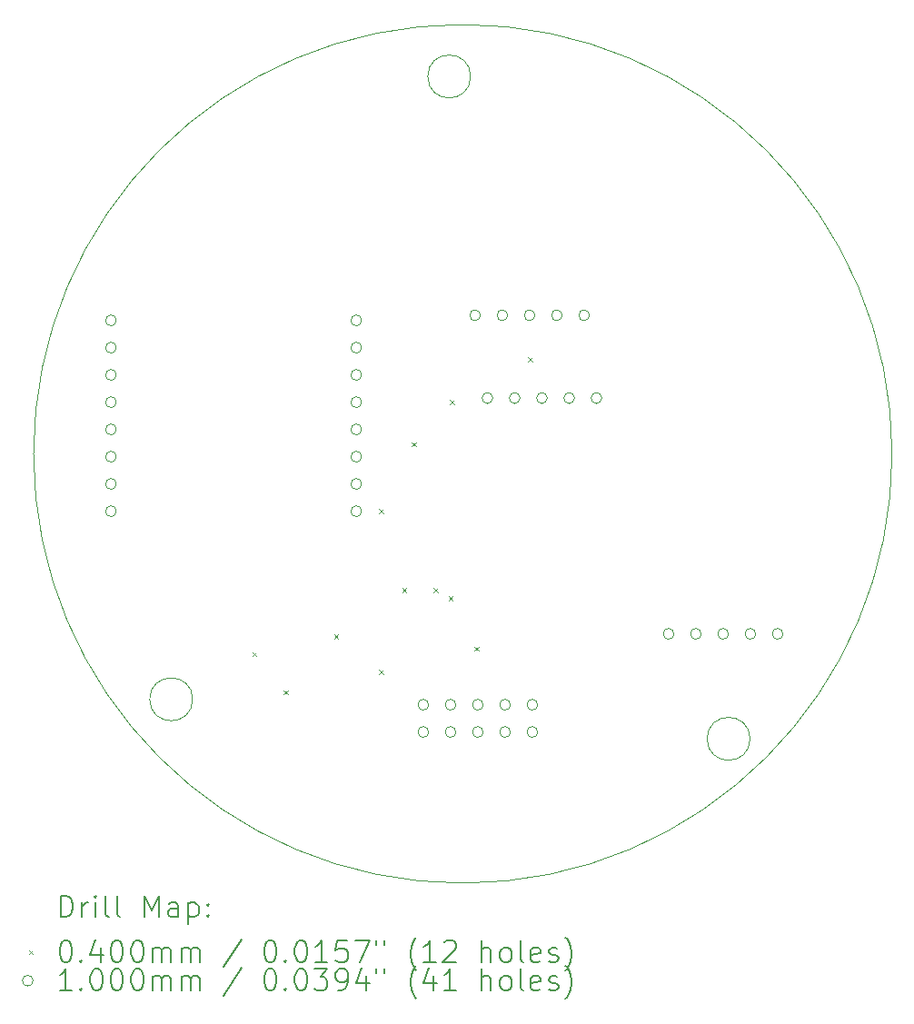
<source format=gbr>
%FSLAX45Y45*%
G04 Gerber Fmt 4.5, Leading zero omitted, Abs format (unit mm)*
G04 Created by KiCad (PCBNEW (6.0.0)) date 2022-04-16 20:40:48*
%MOMM*%
%LPD*%
G01*
G04 APERTURE LIST*
%TA.AperFunction,Profile*%
%ADD10C,0.100000*%
%TD*%
%ADD11C,0.200000*%
%ADD12C,0.040000*%
%ADD13C,0.100000*%
G04 APERTURE END LIST*
D10*
X13230200Y-12687300D02*
G75*
G03*
X13230200Y-12687300I-200000J0D01*
G01*
X8035900Y-12319000D02*
G75*
G03*
X8035900Y-12319000I-200000J0D01*
G01*
X10626700Y-6515100D02*
G75*
G03*
X10626700Y-6515100I-200000J0D01*
G01*
X14553700Y-10031741D02*
G75*
G03*
X14553700Y-10031741I-4000000J0D01*
G01*
D11*
D12*
X8590600Y-11879900D02*
X8630600Y-11919900D01*
X8630600Y-11879900D02*
X8590600Y-11919900D01*
X8882700Y-12235500D02*
X8922700Y-12275500D01*
X8922700Y-12235500D02*
X8882700Y-12275500D01*
X9352600Y-11714800D02*
X9392600Y-11754800D01*
X9392600Y-11714800D02*
X9352600Y-11754800D01*
X9771700Y-10546400D02*
X9811700Y-10586400D01*
X9811700Y-10546400D02*
X9771700Y-10586400D01*
X9771700Y-12045000D02*
X9811700Y-12085000D01*
X9811700Y-12045000D02*
X9771700Y-12085000D01*
X9987600Y-11283000D02*
X10027600Y-11323000D01*
X10027600Y-11283000D02*
X9987600Y-11323000D01*
X10076500Y-9924100D02*
X10116500Y-9964100D01*
X10116500Y-9924100D02*
X10076500Y-9964100D01*
X10279700Y-11283000D02*
X10319700Y-11323000D01*
X10319700Y-11283000D02*
X10279700Y-11323000D01*
X10419400Y-11358300D02*
X10459400Y-11398300D01*
X10459400Y-11358300D02*
X10419400Y-11398300D01*
X10432100Y-9530400D02*
X10472100Y-9570400D01*
X10472100Y-9530400D02*
X10432100Y-9570400D01*
X10660700Y-11829100D02*
X10700700Y-11869100D01*
X10700700Y-11829100D02*
X10660700Y-11869100D01*
X11162600Y-9130100D02*
X11202600Y-9170100D01*
X11202600Y-9130100D02*
X11162600Y-9170100D01*
D13*
X7324800Y-8788400D02*
G75*
G03*
X7324800Y-8788400I-50000J0D01*
G01*
X7324800Y-9042400D02*
G75*
G03*
X7324800Y-9042400I-50000J0D01*
G01*
X7324800Y-9296400D02*
G75*
G03*
X7324800Y-9296400I-50000J0D01*
G01*
X7324800Y-9550400D02*
G75*
G03*
X7324800Y-9550400I-50000J0D01*
G01*
X7324800Y-9804400D02*
G75*
G03*
X7324800Y-9804400I-50000J0D01*
G01*
X7324800Y-10058400D02*
G75*
G03*
X7324800Y-10058400I-50000J0D01*
G01*
X7324800Y-10312400D02*
G75*
G03*
X7324800Y-10312400I-50000J0D01*
G01*
X7324800Y-10566400D02*
G75*
G03*
X7324800Y-10566400I-50000J0D01*
G01*
X9610800Y-8788400D02*
G75*
G03*
X9610800Y-8788400I-50000J0D01*
G01*
X9610800Y-9042400D02*
G75*
G03*
X9610800Y-9042400I-50000J0D01*
G01*
X9610800Y-9296400D02*
G75*
G03*
X9610800Y-9296400I-50000J0D01*
G01*
X9610800Y-9550400D02*
G75*
G03*
X9610800Y-9550400I-50000J0D01*
G01*
X9610800Y-9804400D02*
G75*
G03*
X9610800Y-9804400I-50000J0D01*
G01*
X9610800Y-10058400D02*
G75*
G03*
X9610800Y-10058400I-50000J0D01*
G01*
X9610800Y-10312400D02*
G75*
G03*
X9610800Y-10312400I-50000J0D01*
G01*
X9610800Y-10566400D02*
G75*
G03*
X9610800Y-10566400I-50000J0D01*
G01*
X10235400Y-12369800D02*
G75*
G03*
X10235400Y-12369800I-50000J0D01*
G01*
X10235400Y-12623800D02*
G75*
G03*
X10235400Y-12623800I-50000J0D01*
G01*
X10489400Y-12369800D02*
G75*
G03*
X10489400Y-12369800I-50000J0D01*
G01*
X10489400Y-12623800D02*
G75*
G03*
X10489400Y-12623800I-50000J0D01*
G01*
X10718000Y-8740800D02*
G75*
G03*
X10718000Y-8740800I-50000J0D01*
G01*
X10743400Y-12369800D02*
G75*
G03*
X10743400Y-12369800I-50000J0D01*
G01*
X10743400Y-12623800D02*
G75*
G03*
X10743400Y-12623800I-50000J0D01*
G01*
X10832800Y-9512300D02*
G75*
G03*
X10832800Y-9512300I-50000J0D01*
G01*
X10972000Y-8740800D02*
G75*
G03*
X10972000Y-8740800I-50000J0D01*
G01*
X10997400Y-12369800D02*
G75*
G03*
X10997400Y-12369800I-50000J0D01*
G01*
X10997400Y-12623800D02*
G75*
G03*
X10997400Y-12623800I-50000J0D01*
G01*
X11086800Y-9512300D02*
G75*
G03*
X11086800Y-9512300I-50000J0D01*
G01*
X11226000Y-8740800D02*
G75*
G03*
X11226000Y-8740800I-50000J0D01*
G01*
X11251400Y-12369800D02*
G75*
G03*
X11251400Y-12369800I-50000J0D01*
G01*
X11251400Y-12623800D02*
G75*
G03*
X11251400Y-12623800I-50000J0D01*
G01*
X11340800Y-9512300D02*
G75*
G03*
X11340800Y-9512300I-50000J0D01*
G01*
X11480000Y-8740800D02*
G75*
G03*
X11480000Y-8740800I-50000J0D01*
G01*
X11594800Y-9512300D02*
G75*
G03*
X11594800Y-9512300I-50000J0D01*
G01*
X11734000Y-8740800D02*
G75*
G03*
X11734000Y-8740800I-50000J0D01*
G01*
X11848800Y-9512300D02*
G75*
G03*
X11848800Y-9512300I-50000J0D01*
G01*
X12521400Y-11709400D02*
G75*
G03*
X12521400Y-11709400I-50000J0D01*
G01*
X12775400Y-11709400D02*
G75*
G03*
X12775400Y-11709400I-50000J0D01*
G01*
X13029400Y-11709400D02*
G75*
G03*
X13029400Y-11709400I-50000J0D01*
G01*
X13283400Y-11709400D02*
G75*
G03*
X13283400Y-11709400I-50000J0D01*
G01*
X13537400Y-11709400D02*
G75*
G03*
X13537400Y-11709400I-50000J0D01*
G01*
D11*
X6806319Y-14347217D02*
X6806319Y-14147217D01*
X6853938Y-14147217D01*
X6882509Y-14156741D01*
X6901557Y-14175788D01*
X6911081Y-14194836D01*
X6920605Y-14232931D01*
X6920605Y-14261503D01*
X6911081Y-14299598D01*
X6901557Y-14318645D01*
X6882509Y-14337693D01*
X6853938Y-14347217D01*
X6806319Y-14347217D01*
X7006319Y-14347217D02*
X7006319Y-14213883D01*
X7006319Y-14251979D02*
X7015843Y-14232931D01*
X7025367Y-14223407D01*
X7044414Y-14213883D01*
X7063462Y-14213883D01*
X7130128Y-14347217D02*
X7130128Y-14213883D01*
X7130128Y-14147217D02*
X7120605Y-14156741D01*
X7130128Y-14166264D01*
X7139652Y-14156741D01*
X7130128Y-14147217D01*
X7130128Y-14166264D01*
X7253938Y-14347217D02*
X7234890Y-14337693D01*
X7225367Y-14318645D01*
X7225367Y-14147217D01*
X7358700Y-14347217D02*
X7339652Y-14337693D01*
X7330128Y-14318645D01*
X7330128Y-14147217D01*
X7587271Y-14347217D02*
X7587271Y-14147217D01*
X7653938Y-14290074D01*
X7720605Y-14147217D01*
X7720605Y-14347217D01*
X7901557Y-14347217D02*
X7901557Y-14242455D01*
X7892033Y-14223407D01*
X7872986Y-14213883D01*
X7834890Y-14213883D01*
X7815843Y-14223407D01*
X7901557Y-14337693D02*
X7882509Y-14347217D01*
X7834890Y-14347217D01*
X7815843Y-14337693D01*
X7806319Y-14318645D01*
X7806319Y-14299598D01*
X7815843Y-14280550D01*
X7834890Y-14271026D01*
X7882509Y-14271026D01*
X7901557Y-14261503D01*
X7996795Y-14213883D02*
X7996795Y-14413883D01*
X7996795Y-14223407D02*
X8015843Y-14213883D01*
X8053938Y-14213883D01*
X8072986Y-14223407D01*
X8082509Y-14232931D01*
X8092033Y-14251979D01*
X8092033Y-14309122D01*
X8082509Y-14328169D01*
X8072986Y-14337693D01*
X8053938Y-14347217D01*
X8015843Y-14347217D01*
X7996795Y-14337693D01*
X8177748Y-14328169D02*
X8187271Y-14337693D01*
X8177748Y-14347217D01*
X8168224Y-14337693D01*
X8177748Y-14328169D01*
X8177748Y-14347217D01*
X8177748Y-14223407D02*
X8187271Y-14232931D01*
X8177748Y-14242455D01*
X8168224Y-14232931D01*
X8177748Y-14223407D01*
X8177748Y-14242455D01*
D12*
X6508700Y-14656741D02*
X6548700Y-14696741D01*
X6548700Y-14656741D02*
X6508700Y-14696741D01*
D11*
X6844414Y-14567217D02*
X6863462Y-14567217D01*
X6882509Y-14576741D01*
X6892033Y-14586264D01*
X6901557Y-14605312D01*
X6911081Y-14643407D01*
X6911081Y-14691026D01*
X6901557Y-14729122D01*
X6892033Y-14748169D01*
X6882509Y-14757693D01*
X6863462Y-14767217D01*
X6844414Y-14767217D01*
X6825367Y-14757693D01*
X6815843Y-14748169D01*
X6806319Y-14729122D01*
X6796795Y-14691026D01*
X6796795Y-14643407D01*
X6806319Y-14605312D01*
X6815843Y-14586264D01*
X6825367Y-14576741D01*
X6844414Y-14567217D01*
X6996795Y-14748169D02*
X7006319Y-14757693D01*
X6996795Y-14767217D01*
X6987271Y-14757693D01*
X6996795Y-14748169D01*
X6996795Y-14767217D01*
X7177748Y-14633883D02*
X7177748Y-14767217D01*
X7130128Y-14557693D02*
X7082509Y-14700550D01*
X7206319Y-14700550D01*
X7320605Y-14567217D02*
X7339652Y-14567217D01*
X7358700Y-14576741D01*
X7368224Y-14586264D01*
X7377748Y-14605312D01*
X7387271Y-14643407D01*
X7387271Y-14691026D01*
X7377748Y-14729122D01*
X7368224Y-14748169D01*
X7358700Y-14757693D01*
X7339652Y-14767217D01*
X7320605Y-14767217D01*
X7301557Y-14757693D01*
X7292033Y-14748169D01*
X7282509Y-14729122D01*
X7272986Y-14691026D01*
X7272986Y-14643407D01*
X7282509Y-14605312D01*
X7292033Y-14586264D01*
X7301557Y-14576741D01*
X7320605Y-14567217D01*
X7511081Y-14567217D02*
X7530128Y-14567217D01*
X7549176Y-14576741D01*
X7558700Y-14586264D01*
X7568224Y-14605312D01*
X7577748Y-14643407D01*
X7577748Y-14691026D01*
X7568224Y-14729122D01*
X7558700Y-14748169D01*
X7549176Y-14757693D01*
X7530128Y-14767217D01*
X7511081Y-14767217D01*
X7492033Y-14757693D01*
X7482509Y-14748169D01*
X7472986Y-14729122D01*
X7463462Y-14691026D01*
X7463462Y-14643407D01*
X7472986Y-14605312D01*
X7482509Y-14586264D01*
X7492033Y-14576741D01*
X7511081Y-14567217D01*
X7663462Y-14767217D02*
X7663462Y-14633883D01*
X7663462Y-14652931D02*
X7672986Y-14643407D01*
X7692033Y-14633883D01*
X7720605Y-14633883D01*
X7739652Y-14643407D01*
X7749176Y-14662455D01*
X7749176Y-14767217D01*
X7749176Y-14662455D02*
X7758700Y-14643407D01*
X7777748Y-14633883D01*
X7806319Y-14633883D01*
X7825367Y-14643407D01*
X7834890Y-14662455D01*
X7834890Y-14767217D01*
X7930128Y-14767217D02*
X7930128Y-14633883D01*
X7930128Y-14652931D02*
X7939652Y-14643407D01*
X7958700Y-14633883D01*
X7987271Y-14633883D01*
X8006319Y-14643407D01*
X8015843Y-14662455D01*
X8015843Y-14767217D01*
X8015843Y-14662455D02*
X8025367Y-14643407D01*
X8044414Y-14633883D01*
X8072986Y-14633883D01*
X8092033Y-14643407D01*
X8101557Y-14662455D01*
X8101557Y-14767217D01*
X8492033Y-14557693D02*
X8320605Y-14814836D01*
X8749176Y-14567217D02*
X8768224Y-14567217D01*
X8787271Y-14576741D01*
X8796795Y-14586264D01*
X8806319Y-14605312D01*
X8815843Y-14643407D01*
X8815843Y-14691026D01*
X8806319Y-14729122D01*
X8796795Y-14748169D01*
X8787271Y-14757693D01*
X8768224Y-14767217D01*
X8749176Y-14767217D01*
X8730129Y-14757693D01*
X8720605Y-14748169D01*
X8711081Y-14729122D01*
X8701557Y-14691026D01*
X8701557Y-14643407D01*
X8711081Y-14605312D01*
X8720605Y-14586264D01*
X8730129Y-14576741D01*
X8749176Y-14567217D01*
X8901557Y-14748169D02*
X8911081Y-14757693D01*
X8901557Y-14767217D01*
X8892033Y-14757693D01*
X8901557Y-14748169D01*
X8901557Y-14767217D01*
X9034890Y-14567217D02*
X9053938Y-14567217D01*
X9072986Y-14576741D01*
X9082510Y-14586264D01*
X9092033Y-14605312D01*
X9101557Y-14643407D01*
X9101557Y-14691026D01*
X9092033Y-14729122D01*
X9082510Y-14748169D01*
X9072986Y-14757693D01*
X9053938Y-14767217D01*
X9034890Y-14767217D01*
X9015843Y-14757693D01*
X9006319Y-14748169D01*
X8996795Y-14729122D01*
X8987271Y-14691026D01*
X8987271Y-14643407D01*
X8996795Y-14605312D01*
X9006319Y-14586264D01*
X9015843Y-14576741D01*
X9034890Y-14567217D01*
X9292033Y-14767217D02*
X9177748Y-14767217D01*
X9234890Y-14767217D02*
X9234890Y-14567217D01*
X9215843Y-14595788D01*
X9196795Y-14614836D01*
X9177748Y-14624360D01*
X9472986Y-14567217D02*
X9377748Y-14567217D01*
X9368224Y-14662455D01*
X9377748Y-14652931D01*
X9396795Y-14643407D01*
X9444414Y-14643407D01*
X9463462Y-14652931D01*
X9472986Y-14662455D01*
X9482510Y-14681503D01*
X9482510Y-14729122D01*
X9472986Y-14748169D01*
X9463462Y-14757693D01*
X9444414Y-14767217D01*
X9396795Y-14767217D01*
X9377748Y-14757693D01*
X9368224Y-14748169D01*
X9549176Y-14567217D02*
X9682510Y-14567217D01*
X9596795Y-14767217D01*
X9749176Y-14567217D02*
X9749176Y-14605312D01*
X9825367Y-14567217D02*
X9825367Y-14605312D01*
X10120605Y-14843407D02*
X10111081Y-14833883D01*
X10092033Y-14805312D01*
X10082510Y-14786264D01*
X10072986Y-14757693D01*
X10063462Y-14710074D01*
X10063462Y-14671979D01*
X10072986Y-14624360D01*
X10082510Y-14595788D01*
X10092033Y-14576741D01*
X10111081Y-14548169D01*
X10120605Y-14538645D01*
X10301557Y-14767217D02*
X10187271Y-14767217D01*
X10244414Y-14767217D02*
X10244414Y-14567217D01*
X10225367Y-14595788D01*
X10206319Y-14614836D01*
X10187271Y-14624360D01*
X10377748Y-14586264D02*
X10387271Y-14576741D01*
X10406319Y-14567217D01*
X10453938Y-14567217D01*
X10472986Y-14576741D01*
X10482510Y-14586264D01*
X10492033Y-14605312D01*
X10492033Y-14624360D01*
X10482510Y-14652931D01*
X10368224Y-14767217D01*
X10492033Y-14767217D01*
X10730129Y-14767217D02*
X10730129Y-14567217D01*
X10815843Y-14767217D02*
X10815843Y-14662455D01*
X10806319Y-14643407D01*
X10787271Y-14633883D01*
X10758700Y-14633883D01*
X10739652Y-14643407D01*
X10730129Y-14652931D01*
X10939652Y-14767217D02*
X10920605Y-14757693D01*
X10911081Y-14748169D01*
X10901557Y-14729122D01*
X10901557Y-14671979D01*
X10911081Y-14652931D01*
X10920605Y-14643407D01*
X10939652Y-14633883D01*
X10968224Y-14633883D01*
X10987271Y-14643407D01*
X10996795Y-14652931D01*
X11006319Y-14671979D01*
X11006319Y-14729122D01*
X10996795Y-14748169D01*
X10987271Y-14757693D01*
X10968224Y-14767217D01*
X10939652Y-14767217D01*
X11120605Y-14767217D02*
X11101557Y-14757693D01*
X11092033Y-14738645D01*
X11092033Y-14567217D01*
X11272986Y-14757693D02*
X11253938Y-14767217D01*
X11215843Y-14767217D01*
X11196795Y-14757693D01*
X11187271Y-14738645D01*
X11187271Y-14662455D01*
X11196795Y-14643407D01*
X11215843Y-14633883D01*
X11253938Y-14633883D01*
X11272986Y-14643407D01*
X11282509Y-14662455D01*
X11282509Y-14681503D01*
X11187271Y-14700550D01*
X11358700Y-14757693D02*
X11377748Y-14767217D01*
X11415843Y-14767217D01*
X11434890Y-14757693D01*
X11444414Y-14738645D01*
X11444414Y-14729122D01*
X11434890Y-14710074D01*
X11415843Y-14700550D01*
X11387271Y-14700550D01*
X11368224Y-14691026D01*
X11358700Y-14671979D01*
X11358700Y-14662455D01*
X11368224Y-14643407D01*
X11387271Y-14633883D01*
X11415843Y-14633883D01*
X11434890Y-14643407D01*
X11511081Y-14843407D02*
X11520605Y-14833883D01*
X11539652Y-14805312D01*
X11549176Y-14786264D01*
X11558700Y-14757693D01*
X11568224Y-14710074D01*
X11568224Y-14671979D01*
X11558700Y-14624360D01*
X11549176Y-14595788D01*
X11539652Y-14576741D01*
X11520605Y-14548169D01*
X11511081Y-14538645D01*
D13*
X6548700Y-14940741D02*
G75*
G03*
X6548700Y-14940741I-50000J0D01*
G01*
D11*
X6911081Y-15031217D02*
X6796795Y-15031217D01*
X6853938Y-15031217D02*
X6853938Y-14831217D01*
X6834890Y-14859788D01*
X6815843Y-14878836D01*
X6796795Y-14888360D01*
X6996795Y-15012169D02*
X7006319Y-15021693D01*
X6996795Y-15031217D01*
X6987271Y-15021693D01*
X6996795Y-15012169D01*
X6996795Y-15031217D01*
X7130128Y-14831217D02*
X7149176Y-14831217D01*
X7168224Y-14840741D01*
X7177748Y-14850264D01*
X7187271Y-14869312D01*
X7196795Y-14907407D01*
X7196795Y-14955026D01*
X7187271Y-14993122D01*
X7177748Y-15012169D01*
X7168224Y-15021693D01*
X7149176Y-15031217D01*
X7130128Y-15031217D01*
X7111081Y-15021693D01*
X7101557Y-15012169D01*
X7092033Y-14993122D01*
X7082509Y-14955026D01*
X7082509Y-14907407D01*
X7092033Y-14869312D01*
X7101557Y-14850264D01*
X7111081Y-14840741D01*
X7130128Y-14831217D01*
X7320605Y-14831217D02*
X7339652Y-14831217D01*
X7358700Y-14840741D01*
X7368224Y-14850264D01*
X7377748Y-14869312D01*
X7387271Y-14907407D01*
X7387271Y-14955026D01*
X7377748Y-14993122D01*
X7368224Y-15012169D01*
X7358700Y-15021693D01*
X7339652Y-15031217D01*
X7320605Y-15031217D01*
X7301557Y-15021693D01*
X7292033Y-15012169D01*
X7282509Y-14993122D01*
X7272986Y-14955026D01*
X7272986Y-14907407D01*
X7282509Y-14869312D01*
X7292033Y-14850264D01*
X7301557Y-14840741D01*
X7320605Y-14831217D01*
X7511081Y-14831217D02*
X7530128Y-14831217D01*
X7549176Y-14840741D01*
X7558700Y-14850264D01*
X7568224Y-14869312D01*
X7577748Y-14907407D01*
X7577748Y-14955026D01*
X7568224Y-14993122D01*
X7558700Y-15012169D01*
X7549176Y-15021693D01*
X7530128Y-15031217D01*
X7511081Y-15031217D01*
X7492033Y-15021693D01*
X7482509Y-15012169D01*
X7472986Y-14993122D01*
X7463462Y-14955026D01*
X7463462Y-14907407D01*
X7472986Y-14869312D01*
X7482509Y-14850264D01*
X7492033Y-14840741D01*
X7511081Y-14831217D01*
X7663462Y-15031217D02*
X7663462Y-14897883D01*
X7663462Y-14916931D02*
X7672986Y-14907407D01*
X7692033Y-14897883D01*
X7720605Y-14897883D01*
X7739652Y-14907407D01*
X7749176Y-14926455D01*
X7749176Y-15031217D01*
X7749176Y-14926455D02*
X7758700Y-14907407D01*
X7777748Y-14897883D01*
X7806319Y-14897883D01*
X7825367Y-14907407D01*
X7834890Y-14926455D01*
X7834890Y-15031217D01*
X7930128Y-15031217D02*
X7930128Y-14897883D01*
X7930128Y-14916931D02*
X7939652Y-14907407D01*
X7958700Y-14897883D01*
X7987271Y-14897883D01*
X8006319Y-14907407D01*
X8015843Y-14926455D01*
X8015843Y-15031217D01*
X8015843Y-14926455D02*
X8025367Y-14907407D01*
X8044414Y-14897883D01*
X8072986Y-14897883D01*
X8092033Y-14907407D01*
X8101557Y-14926455D01*
X8101557Y-15031217D01*
X8492033Y-14821693D02*
X8320605Y-15078836D01*
X8749176Y-14831217D02*
X8768224Y-14831217D01*
X8787271Y-14840741D01*
X8796795Y-14850264D01*
X8806319Y-14869312D01*
X8815843Y-14907407D01*
X8815843Y-14955026D01*
X8806319Y-14993122D01*
X8796795Y-15012169D01*
X8787271Y-15021693D01*
X8768224Y-15031217D01*
X8749176Y-15031217D01*
X8730129Y-15021693D01*
X8720605Y-15012169D01*
X8711081Y-14993122D01*
X8701557Y-14955026D01*
X8701557Y-14907407D01*
X8711081Y-14869312D01*
X8720605Y-14850264D01*
X8730129Y-14840741D01*
X8749176Y-14831217D01*
X8901557Y-15012169D02*
X8911081Y-15021693D01*
X8901557Y-15031217D01*
X8892033Y-15021693D01*
X8901557Y-15012169D01*
X8901557Y-15031217D01*
X9034890Y-14831217D02*
X9053938Y-14831217D01*
X9072986Y-14840741D01*
X9082510Y-14850264D01*
X9092033Y-14869312D01*
X9101557Y-14907407D01*
X9101557Y-14955026D01*
X9092033Y-14993122D01*
X9082510Y-15012169D01*
X9072986Y-15021693D01*
X9053938Y-15031217D01*
X9034890Y-15031217D01*
X9015843Y-15021693D01*
X9006319Y-15012169D01*
X8996795Y-14993122D01*
X8987271Y-14955026D01*
X8987271Y-14907407D01*
X8996795Y-14869312D01*
X9006319Y-14850264D01*
X9015843Y-14840741D01*
X9034890Y-14831217D01*
X9168224Y-14831217D02*
X9292033Y-14831217D01*
X9225367Y-14907407D01*
X9253938Y-14907407D01*
X9272986Y-14916931D01*
X9282510Y-14926455D01*
X9292033Y-14945503D01*
X9292033Y-14993122D01*
X9282510Y-15012169D01*
X9272986Y-15021693D01*
X9253938Y-15031217D01*
X9196795Y-15031217D01*
X9177748Y-15021693D01*
X9168224Y-15012169D01*
X9387271Y-15031217D02*
X9425367Y-15031217D01*
X9444414Y-15021693D01*
X9453938Y-15012169D01*
X9472986Y-14983598D01*
X9482510Y-14945503D01*
X9482510Y-14869312D01*
X9472986Y-14850264D01*
X9463462Y-14840741D01*
X9444414Y-14831217D01*
X9406319Y-14831217D01*
X9387271Y-14840741D01*
X9377748Y-14850264D01*
X9368224Y-14869312D01*
X9368224Y-14916931D01*
X9377748Y-14935979D01*
X9387271Y-14945503D01*
X9406319Y-14955026D01*
X9444414Y-14955026D01*
X9463462Y-14945503D01*
X9472986Y-14935979D01*
X9482510Y-14916931D01*
X9653938Y-14897883D02*
X9653938Y-15031217D01*
X9606319Y-14821693D02*
X9558700Y-14964550D01*
X9682510Y-14964550D01*
X9749176Y-14831217D02*
X9749176Y-14869312D01*
X9825367Y-14831217D02*
X9825367Y-14869312D01*
X10120605Y-15107407D02*
X10111081Y-15097883D01*
X10092033Y-15069312D01*
X10082510Y-15050264D01*
X10072986Y-15021693D01*
X10063462Y-14974074D01*
X10063462Y-14935979D01*
X10072986Y-14888360D01*
X10082510Y-14859788D01*
X10092033Y-14840741D01*
X10111081Y-14812169D01*
X10120605Y-14802645D01*
X10282510Y-14897883D02*
X10282510Y-15031217D01*
X10234890Y-14821693D02*
X10187271Y-14964550D01*
X10311081Y-14964550D01*
X10492033Y-15031217D02*
X10377748Y-15031217D01*
X10434890Y-15031217D02*
X10434890Y-14831217D01*
X10415843Y-14859788D01*
X10396795Y-14878836D01*
X10377748Y-14888360D01*
X10730129Y-15031217D02*
X10730129Y-14831217D01*
X10815843Y-15031217D02*
X10815843Y-14926455D01*
X10806319Y-14907407D01*
X10787271Y-14897883D01*
X10758700Y-14897883D01*
X10739652Y-14907407D01*
X10730129Y-14916931D01*
X10939652Y-15031217D02*
X10920605Y-15021693D01*
X10911081Y-15012169D01*
X10901557Y-14993122D01*
X10901557Y-14935979D01*
X10911081Y-14916931D01*
X10920605Y-14907407D01*
X10939652Y-14897883D01*
X10968224Y-14897883D01*
X10987271Y-14907407D01*
X10996795Y-14916931D01*
X11006319Y-14935979D01*
X11006319Y-14993122D01*
X10996795Y-15012169D01*
X10987271Y-15021693D01*
X10968224Y-15031217D01*
X10939652Y-15031217D01*
X11120605Y-15031217D02*
X11101557Y-15021693D01*
X11092033Y-15002645D01*
X11092033Y-14831217D01*
X11272986Y-15021693D02*
X11253938Y-15031217D01*
X11215843Y-15031217D01*
X11196795Y-15021693D01*
X11187271Y-15002645D01*
X11187271Y-14926455D01*
X11196795Y-14907407D01*
X11215843Y-14897883D01*
X11253938Y-14897883D01*
X11272986Y-14907407D01*
X11282509Y-14926455D01*
X11282509Y-14945503D01*
X11187271Y-14964550D01*
X11358700Y-15021693D02*
X11377748Y-15031217D01*
X11415843Y-15031217D01*
X11434890Y-15021693D01*
X11444414Y-15002645D01*
X11444414Y-14993122D01*
X11434890Y-14974074D01*
X11415843Y-14964550D01*
X11387271Y-14964550D01*
X11368224Y-14955026D01*
X11358700Y-14935979D01*
X11358700Y-14926455D01*
X11368224Y-14907407D01*
X11387271Y-14897883D01*
X11415843Y-14897883D01*
X11434890Y-14907407D01*
X11511081Y-15107407D02*
X11520605Y-15097883D01*
X11539652Y-15069312D01*
X11549176Y-15050264D01*
X11558700Y-15021693D01*
X11568224Y-14974074D01*
X11568224Y-14935979D01*
X11558700Y-14888360D01*
X11549176Y-14859788D01*
X11539652Y-14840741D01*
X11520605Y-14812169D01*
X11511081Y-14802645D01*
M02*

</source>
